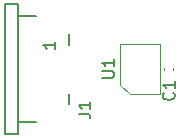
<source format=gbr>
%TF.GenerationSoftware,KiCad,Pcbnew,7.0.5*%
%TF.CreationDate,2024-12-14T15:20:15+01:00*%
%TF.ProjectId,Sensor Board,53656e73-6f72-4204-926f-6172642e6b69,rev?*%
%TF.SameCoordinates,Original*%
%TF.FileFunction,Legend,Top*%
%TF.FilePolarity,Positive*%
%FSLAX46Y46*%
G04 Gerber Fmt 4.6, Leading zero omitted, Abs format (unit mm)*
G04 Created by KiCad (PCBNEW 7.0.5) date 2024-12-14 15:20:15*
%MOMM*%
%LPD*%
G01*
G04 APERTURE LIST*
%ADD10C,0.150000*%
%ADD11C,0.120000*%
%ADD12C,0.127000*%
G04 APERTURE END LIST*
D10*
%TO.C,C1*%
X148469580Y-72996666D02*
X148517200Y-73044285D01*
X148517200Y-73044285D02*
X148564819Y-73187142D01*
X148564819Y-73187142D02*
X148564819Y-73282380D01*
X148564819Y-73282380D02*
X148517200Y-73425237D01*
X148517200Y-73425237D02*
X148421961Y-73520475D01*
X148421961Y-73520475D02*
X148326723Y-73568094D01*
X148326723Y-73568094D02*
X148136247Y-73615713D01*
X148136247Y-73615713D02*
X147993390Y-73615713D01*
X147993390Y-73615713D02*
X147802914Y-73568094D01*
X147802914Y-73568094D02*
X147707676Y-73520475D01*
X147707676Y-73520475D02*
X147612438Y-73425237D01*
X147612438Y-73425237D02*
X147564819Y-73282380D01*
X147564819Y-73282380D02*
X147564819Y-73187142D01*
X147564819Y-73187142D02*
X147612438Y-73044285D01*
X147612438Y-73044285D02*
X147660057Y-72996666D01*
X148564819Y-72044285D02*
X148564819Y-72615713D01*
X148564819Y-72329999D02*
X147564819Y-72329999D01*
X147564819Y-72329999D02*
X147707676Y-72425237D01*
X147707676Y-72425237D02*
X147802914Y-72520475D01*
X147802914Y-72520475D02*
X147850533Y-72615713D01*
%TO.C,J1*%
X140444819Y-74793333D02*
X141159104Y-74793333D01*
X141159104Y-74793333D02*
X141301961Y-74840952D01*
X141301961Y-74840952D02*
X141397200Y-74936190D01*
X141397200Y-74936190D02*
X141444819Y-75079047D01*
X141444819Y-75079047D02*
X141444819Y-75174285D01*
X141444819Y-73793333D02*
X141444819Y-74364761D01*
X141444819Y-74079047D02*
X140444819Y-74079047D01*
X140444819Y-74079047D02*
X140587676Y-74174285D01*
X140587676Y-74174285D02*
X140682914Y-74269523D01*
X140682914Y-74269523D02*
X140730533Y-74364761D01*
X138464819Y-68704285D02*
X138464819Y-69275713D01*
X138464819Y-68989999D02*
X137464819Y-68989999D01*
X137464819Y-68989999D02*
X137607676Y-69085237D01*
X137607676Y-69085237D02*
X137702914Y-69180475D01*
X137702914Y-69180475D02*
X137750533Y-69275713D01*
%TO.C,U1*%
X142424819Y-71751904D02*
X143234342Y-71751904D01*
X143234342Y-71751904D02*
X143329580Y-71704285D01*
X143329580Y-71704285D02*
X143377200Y-71656666D01*
X143377200Y-71656666D02*
X143424819Y-71561428D01*
X143424819Y-71561428D02*
X143424819Y-71370952D01*
X143424819Y-71370952D02*
X143377200Y-71275714D01*
X143377200Y-71275714D02*
X143329580Y-71228095D01*
X143329580Y-71228095D02*
X143234342Y-71180476D01*
X143234342Y-71180476D02*
X142424819Y-71180476D01*
X143424819Y-70180476D02*
X143424819Y-70751904D01*
X143424819Y-70466190D02*
X142424819Y-70466190D01*
X142424819Y-70466190D02*
X142567676Y-70561428D01*
X142567676Y-70561428D02*
X142662914Y-70656666D01*
X142662914Y-70656666D02*
X142710533Y-70751904D01*
D11*
%TO.C,C1*%
X148400000Y-70882164D02*
X148400000Y-71097836D01*
X147680000Y-70882164D02*
X147680000Y-71097836D01*
D12*
%TO.C,J1*%
X135310000Y-65490000D02*
X135310000Y-66490000D01*
X134210000Y-65490000D02*
X135310000Y-65490000D01*
X136810000Y-66490000D02*
X135310000Y-66490000D01*
X135310000Y-66490000D02*
X135310000Y-75490000D01*
X139610000Y-67990000D02*
X139610000Y-68990000D01*
X139610000Y-73090000D02*
X139610000Y-73990000D01*
X135310000Y-75490000D02*
X136810000Y-75490000D01*
X135310000Y-75490000D02*
X135310000Y-76490000D01*
X135310000Y-76490000D02*
X134210000Y-76490000D01*
X134210000Y-76490000D02*
X134210000Y-65490000D01*
D11*
%TO.C,U1*%
X143970000Y-68840000D02*
X147370000Y-68840000D01*
X143970000Y-72340000D02*
X143970000Y-68840000D01*
X144770000Y-73140000D02*
X143970000Y-72340000D01*
X147370000Y-68840000D02*
X147370000Y-73140000D01*
X147370000Y-73140000D02*
X144770000Y-73140000D01*
%TD*%
M02*

</source>
